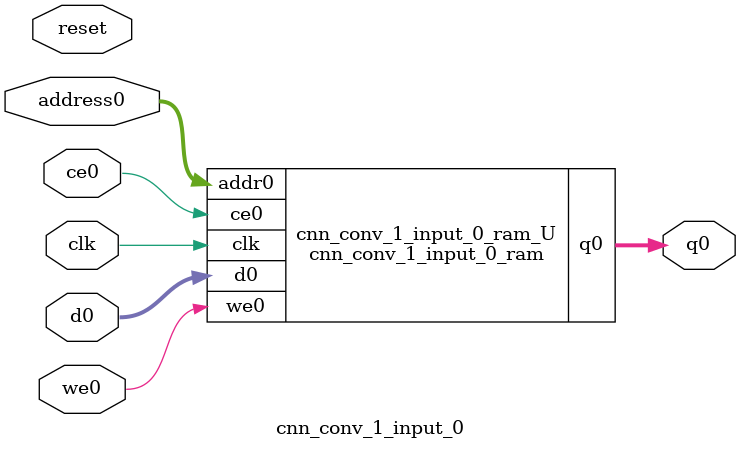
<source format=v>
`timescale 1 ns / 1 ps
module cnn_conv_1_input_0_ram (addr0, ce0, d0, we0, q0,  clk);

parameter DWIDTH = 32;
parameter AWIDTH = 10;
parameter MEM_SIZE = 784;

input[AWIDTH-1:0] addr0;
input ce0;
input[DWIDTH-1:0] d0;
input we0;
output reg[DWIDTH-1:0] q0;
input clk;

(* ram_style = "block" *)reg [DWIDTH-1:0] ram[0:MEM_SIZE-1];




always @(posedge clk)  
begin 
    if (ce0) 
    begin
        if (we0) 
        begin 
            ram[addr0] <= d0; 
        end 
        q0 <= ram[addr0];
    end
end


endmodule

`timescale 1 ns / 1 ps
module cnn_conv_1_input_0(
    reset,
    clk,
    address0,
    ce0,
    we0,
    d0,
    q0);

parameter DataWidth = 32'd32;
parameter AddressRange = 32'd784;
parameter AddressWidth = 32'd10;
input reset;
input clk;
input[AddressWidth - 1:0] address0;
input ce0;
input we0;
input[DataWidth - 1:0] d0;
output[DataWidth - 1:0] q0;



cnn_conv_1_input_0_ram cnn_conv_1_input_0_ram_U(
    .clk( clk ),
    .addr0( address0 ),
    .ce0( ce0 ),
    .we0( we0 ),
    .d0( d0 ),
    .q0( q0 ));

endmodule


</source>
